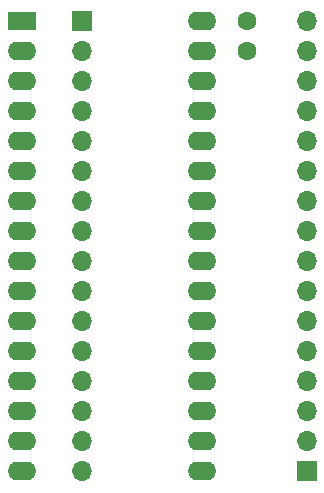
<source format=gbr>
%TF.GenerationSoftware,KiCad,Pcbnew,(5.1.7)-1*%
%TF.CreationDate,2022-03-21T18:16:10-03:00*%
%TF.ProjectId,ROMAdaptor,524f4d41-6461-4707-946f-722e6b696361,rev?*%
%TF.SameCoordinates,Original*%
%TF.FileFunction,Soldermask,Bot*%
%TF.FilePolarity,Negative*%
%FSLAX46Y46*%
G04 Gerber Fmt 4.6, Leading zero omitted, Abs format (unit mm)*
G04 Created by KiCad (PCBNEW (5.1.7)-1) date 2022-03-21 18:16:10*
%MOMM*%
%LPD*%
G01*
G04 APERTURE LIST*
%ADD10C,1.600000*%
%ADD11O,2.400000X1.600000*%
%ADD12R,2.400000X1.600000*%
%ADD13O,1.700000X1.700000*%
%ADD14R,1.700000X1.700000*%
G04 APERTURE END LIST*
D10*
%TO.C,C1*%
X46990000Y-38060000D03*
X46990000Y-35560000D03*
%TD*%
D11*
%TO.C,U1*%
X43180000Y-35560000D03*
X27940000Y-73660000D03*
X43180000Y-38100000D03*
X27940000Y-71120000D03*
X43180000Y-40640000D03*
X27940000Y-68580000D03*
X43180000Y-43180000D03*
X27940000Y-66040000D03*
X43180000Y-45720000D03*
X27940000Y-63500000D03*
X43180000Y-48260000D03*
X27940000Y-60960000D03*
X43180000Y-50800000D03*
X27940000Y-58420000D03*
X43180000Y-53340000D03*
X27940000Y-55880000D03*
X43180000Y-55880000D03*
X27940000Y-53340000D03*
X43180000Y-58420000D03*
X27940000Y-50800000D03*
X43180000Y-60960000D03*
X27940000Y-48260000D03*
X43180000Y-63500000D03*
X27940000Y-45720000D03*
X43180000Y-66040000D03*
X27940000Y-43180000D03*
X43180000Y-68580000D03*
X27940000Y-40640000D03*
X43180000Y-71120000D03*
X27940000Y-38100000D03*
X43180000Y-73660000D03*
D12*
X27940000Y-35560000D03*
%TD*%
D13*
%TO.C,J2*%
X52070000Y-35560000D03*
X52070000Y-38100000D03*
X52070000Y-40640000D03*
X52070000Y-43180000D03*
X52070000Y-45720000D03*
X52070000Y-48260000D03*
X52070000Y-50800000D03*
X52070000Y-53340000D03*
X52070000Y-55880000D03*
X52070000Y-58420000D03*
X52070000Y-60960000D03*
X52070000Y-63500000D03*
X52070000Y-66040000D03*
X52070000Y-68580000D03*
X52070000Y-71120000D03*
D14*
X52070000Y-73660000D03*
%TD*%
D13*
%TO.C,J1*%
X33020000Y-73660000D03*
X33020000Y-71120000D03*
X33020000Y-68580000D03*
X33020000Y-66040000D03*
X33020000Y-63500000D03*
X33020000Y-60960000D03*
X33020000Y-58420000D03*
X33020000Y-55880000D03*
X33020000Y-53340000D03*
X33020000Y-50800000D03*
X33020000Y-48260000D03*
X33020000Y-45720000D03*
X33020000Y-43180000D03*
X33020000Y-40640000D03*
X33020000Y-38100000D03*
D14*
X33020000Y-35560000D03*
%TD*%
M02*

</source>
